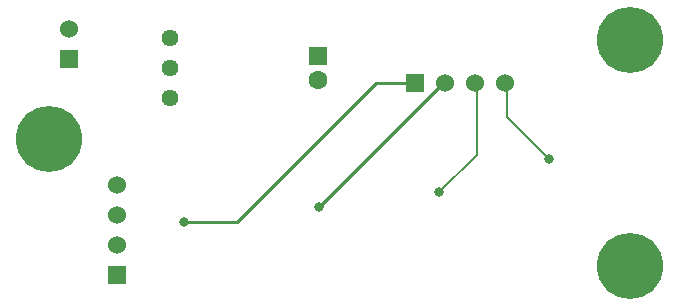
<source format=gbr>
%TF.GenerationSoftware,KiCad,Pcbnew,8.0.2*%
%TF.CreationDate,2024-06-16T16:47:21+02:00*%
%TF.ProjectId,VCU_Bis,5643555f-4269-4732-9e6b-696361645f70,rev?*%
%TF.SameCoordinates,Original*%
%TF.FileFunction,Copper,L2,Bot*%
%TF.FilePolarity,Positive*%
%FSLAX46Y46*%
G04 Gerber Fmt 4.6, Leading zero omitted, Abs format (unit mm)*
G04 Created by KiCad (PCBNEW 8.0.2) date 2024-06-16 16:47:21*
%MOMM*%
%LPD*%
G01*
G04 APERTURE LIST*
%TA.AperFunction,ComponentPad*%
%ADD10R,1.530000X1.530000*%
%TD*%
%TA.AperFunction,ComponentPad*%
%ADD11C,1.530000*%
%TD*%
%TA.AperFunction,ComponentPad*%
%ADD12R,1.600000X1.600000*%
%TD*%
%TA.AperFunction,ComponentPad*%
%ADD13C,1.600000*%
%TD*%
%TA.AperFunction,ComponentPad*%
%ADD14C,5.600000*%
%TD*%
%TA.AperFunction,ComponentPad*%
%ADD15C,1.440000*%
%TD*%
%TA.AperFunction,ViaPad*%
%ADD16C,0.800000*%
%TD*%
%TA.AperFunction,Conductor*%
%ADD17C,0.200000*%
%TD*%
%TA.AperFunction,Conductor*%
%ADD18C,0.250000*%
%TD*%
G04 APERTURE END LIST*
D10*
%TO.P,J3,1,1*%
%TO.N,/Int VCU AIR-*%
X139700000Y-73025000D03*
D11*
%TO.P,J3,2,2*%
%TO.N,/Int VCU AIR+*%
X139700000Y-70485000D03*
%TO.P,J3,3,3*%
%TO.N,/Int VCU Dis*%
X139700000Y-67945000D03*
%TO.P,J3,4,4*%
%TO.N,/Int VCU Pre*%
X139700000Y-65405000D03*
%TD*%
D12*
%TO.P,C1,1*%
%TO.N,+12V*%
X156768800Y-54533800D03*
D13*
%TO.P,C1,2*%
%TO.N,GND*%
X156768800Y-56533800D03*
%TD*%
D14*
%TO.P,,1*%
%TO.N,N/C*%
X183159400Y-72263000D03*
%TD*%
D15*
%TO.P,U1,1,+VIN*%
%TO.N,+12V*%
X144240000Y-53019400D03*
%TO.P,U1,2,GND*%
%TO.N,GND*%
X144240000Y-55559400D03*
%TO.P,U1,3,+VOUT*%
%TO.N,+5V*%
X144240000Y-58099400D03*
%TD*%
D10*
%TO.P,J1,1,1*%
%TO.N,/Int Pre*%
X164922200Y-56794400D03*
D11*
%TO.P,J1,2,2*%
%TO.N,/Int Dis*%
X167462200Y-56794400D03*
%TO.P,J1,3,3*%
%TO.N,/Int AIR+*%
X170002200Y-56794400D03*
%TO.P,J1,4,4*%
%TO.N,/Int AIR-*%
X172542200Y-56794400D03*
%TD*%
D14*
%TO.P,,1*%
%TO.N,N/C*%
X133985000Y-61518800D03*
%TD*%
%TO.P,,1*%
%TO.N,N/C*%
X183134000Y-53136800D03*
%TD*%
D10*
%TO.P,J4,1,1*%
%TO.N,GND*%
X135661400Y-54762400D03*
D11*
%TO.P,J4,2,2*%
%TO.N,+12V*%
X135661400Y-52222400D03*
%TD*%
D16*
%TO.N,/Int AIR-*%
X176267653Y-63237653D03*
%TO.N,/Int AIR+*%
X167005000Y-66040000D03*
%TO.N,/Int Dis*%
X156845000Y-67310000D03*
%TO.N,/Int Pre*%
X145415000Y-68580000D03*
%TD*%
D17*
%TO.N,/Int AIR-*%
X172720000Y-56972200D02*
X172542200Y-56794400D01*
X176267653Y-63237653D02*
X172720000Y-59690000D01*
X172720000Y-59690000D02*
X172720000Y-56972200D01*
%TO.N,/Int AIR+*%
X170180000Y-56972200D02*
X170002200Y-56794400D01*
X170180000Y-62865000D02*
X170180000Y-56972200D01*
X167005000Y-66040000D02*
X170180000Y-62865000D01*
D18*
%TO.N,/Int Dis*%
X156845000Y-67310000D02*
X167360600Y-56794400D01*
X167360600Y-56794400D02*
X167462200Y-56794400D01*
%TO.N,/Int Pre*%
X145415000Y-68580000D02*
X149860000Y-68580000D01*
X149860000Y-68580000D02*
X161645600Y-56794400D01*
X161645600Y-56794400D02*
X164922200Y-56794400D01*
%TD*%
M02*

</source>
